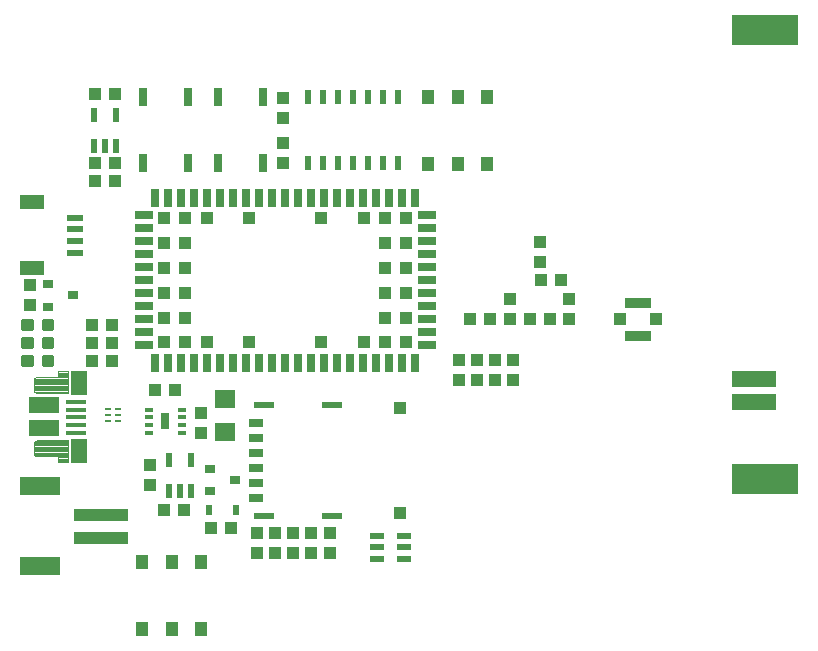
<source format=gtp>
G75*
%MOIN*%
%OFA0B0*%
%FSLAX25Y25*%
%IPPOS*%
%LPD*%
%AMOC8*
5,1,8,0,0,1.08239X$1,22.5*
%
%ADD10R,0.02953X0.06102*%
%ADD11R,0.06102X0.02953*%
%ADD12R,0.04134X0.04134*%
%ADD13R,0.05748X0.07874*%
%ADD14R,0.09843X0.05610*%
%ADD15C,0.00400*%
%ADD16C,0.00197*%
%ADD17R,0.07874X0.04724*%
%ADD18R,0.05315X0.02362*%
%ADD19R,0.18110X0.03937*%
%ADD20R,0.13386X0.06299*%
%ADD21R,0.03000X0.06000*%
%ADD22R,0.02165X0.04724*%
%ADD23R,0.04331X0.03937*%
%ADD24R,0.02480X0.03268*%
%ADD25C,0.01181*%
%ADD26R,0.03543X0.03150*%
%ADD27R,0.03937X0.04331*%
%ADD28R,0.02559X0.01181*%
%ADD29R,0.03150X0.05413*%
%ADD30R,0.03937X0.04528*%
%ADD31R,0.05118X0.02559*%
%ADD32R,0.07087X0.01890*%
%ADD33R,0.03937X0.04055*%
%ADD34R,0.08661X0.03346*%
%ADD35R,0.04134X0.03937*%
%ADD36R,0.02362X0.04724*%
%ADD37R,0.07087X0.06299*%
%ADD38R,0.22047X0.10236*%
%ADD39R,0.14567X0.05512*%
%ADD40R,0.02402X0.00984*%
%ADD41R,0.02205X0.00984*%
%ADD42R,0.04724X0.02362*%
D10*
X0110026Y0127441D03*
X0114357Y0127441D03*
X0118688Y0127441D03*
X0123018Y0127441D03*
X0127349Y0127441D03*
X0131680Y0127441D03*
X0136010Y0127441D03*
X0140341Y0127441D03*
X0144672Y0127441D03*
X0149003Y0127441D03*
X0153333Y0127441D03*
X0157664Y0127441D03*
X0161995Y0127441D03*
X0166325Y0127441D03*
X0170656Y0127441D03*
X0174987Y0127441D03*
X0179318Y0127441D03*
X0183648Y0127441D03*
X0187979Y0127441D03*
X0192310Y0127441D03*
X0196640Y0127441D03*
X0196640Y0182559D03*
X0192310Y0182559D03*
X0187979Y0182559D03*
X0183648Y0182559D03*
X0179318Y0182559D03*
X0174987Y0182559D03*
X0170656Y0182559D03*
X0166325Y0182559D03*
X0161995Y0182559D03*
X0157664Y0182559D03*
X0153333Y0182559D03*
X0149003Y0182559D03*
X0144672Y0182559D03*
X0140341Y0182559D03*
X0136010Y0182559D03*
X0131680Y0182559D03*
X0127349Y0182559D03*
X0123018Y0182559D03*
X0118688Y0182559D03*
X0114357Y0182559D03*
X0110026Y0182559D03*
D11*
X0106089Y0176654D03*
X0106089Y0172323D03*
X0106089Y0167992D03*
X0106089Y0163661D03*
X0106089Y0159331D03*
X0106089Y0155000D03*
X0106089Y0150669D03*
X0106089Y0146339D03*
X0106089Y0142008D03*
X0106089Y0137677D03*
X0106089Y0133346D03*
X0200577Y0133346D03*
X0200577Y0137677D03*
X0200577Y0142008D03*
X0200577Y0146339D03*
X0200577Y0150669D03*
X0200577Y0155000D03*
X0200577Y0159331D03*
X0200577Y0163661D03*
X0200577Y0167992D03*
X0200577Y0172323D03*
X0200577Y0176654D03*
D12*
X0193688Y0175669D03*
X0186601Y0175669D03*
X0179514Y0175669D03*
X0186601Y0167402D03*
X0193688Y0167402D03*
X0193688Y0159134D03*
X0186601Y0159134D03*
X0186601Y0150866D03*
X0193688Y0150866D03*
X0193688Y0142598D03*
X0186601Y0142598D03*
X0186601Y0134331D03*
X0179514Y0134331D03*
X0165341Y0134331D03*
X0141325Y0134331D03*
X0127152Y0134331D03*
X0120066Y0134331D03*
X0112979Y0134331D03*
X0112979Y0142598D03*
X0120066Y0142598D03*
X0120066Y0150866D03*
X0112979Y0150866D03*
X0112979Y0159134D03*
X0120066Y0159134D03*
X0120066Y0167402D03*
X0112979Y0167402D03*
X0112979Y0175669D03*
X0120066Y0175669D03*
X0127152Y0175669D03*
X0141325Y0175669D03*
X0165341Y0175669D03*
X0193688Y0134331D03*
D13*
X0084416Y0120917D03*
X0084416Y0098083D03*
D14*
X0072802Y0105711D03*
X0072802Y0113289D03*
D15*
X0070773Y0117357D02*
X0070484Y0117389D01*
X0070209Y0117486D01*
X0069963Y0117640D01*
X0069757Y0117846D01*
X0069602Y0118093D01*
X0069506Y0118368D01*
X0069473Y0118657D01*
X0069473Y0121557D01*
X0069504Y0121824D01*
X0069592Y0122077D01*
X0069735Y0122305D01*
X0069925Y0122495D01*
X0070153Y0122638D01*
X0070406Y0122727D01*
X0070673Y0122757D01*
X0077573Y0122757D01*
X0077612Y0122764D01*
X0077644Y0122786D01*
X0077666Y0122819D01*
X0077673Y0122857D01*
X0077673Y0124757D01*
X0080773Y0124757D01*
X0080773Y0117357D01*
X0070773Y0117357D01*
X0070199Y0117492D02*
X0080773Y0117492D01*
X0080773Y0117890D02*
X0069729Y0117890D01*
X0069534Y0118289D02*
X0080773Y0118289D01*
X0080773Y0118687D02*
X0069473Y0118687D01*
X0069473Y0119086D02*
X0080773Y0119086D01*
X0080773Y0119484D02*
X0069473Y0119484D01*
X0069473Y0119883D02*
X0080773Y0119883D01*
X0080773Y0120281D02*
X0069473Y0120281D01*
X0069473Y0120680D02*
X0080773Y0120680D01*
X0080773Y0121078D02*
X0069473Y0121078D01*
X0069473Y0121477D02*
X0080773Y0121477D01*
X0080773Y0121875D02*
X0069522Y0121875D01*
X0069716Y0122274D02*
X0080773Y0122274D01*
X0080773Y0122672D02*
X0070251Y0122672D01*
X0077673Y0123071D02*
X0080773Y0123071D01*
X0080773Y0123470D02*
X0077673Y0123470D01*
X0077673Y0123868D02*
X0080773Y0123868D01*
X0080773Y0124267D02*
X0077673Y0124267D01*
X0077673Y0124665D02*
X0080773Y0124665D01*
X0080773Y0101694D02*
X0070773Y0101694D01*
X0070484Y0101661D01*
X0070209Y0101565D01*
X0069963Y0101410D01*
X0069757Y0101204D01*
X0069602Y0100958D01*
X0069506Y0100683D01*
X0069473Y0100394D01*
X0069473Y0097494D01*
X0069504Y0097227D01*
X0069592Y0096973D01*
X0069735Y0096746D01*
X0069925Y0096555D01*
X0070153Y0096413D01*
X0070406Y0096324D01*
X0070673Y0096294D01*
X0077573Y0096294D01*
X0077612Y0096286D01*
X0077644Y0096264D01*
X0077666Y0096232D01*
X0077673Y0096194D01*
X0077673Y0094294D01*
X0080773Y0094294D01*
X0080773Y0101694D01*
X0080773Y0101551D02*
X0070188Y0101551D01*
X0069725Y0101153D02*
X0080773Y0101153D01*
X0080773Y0100754D02*
X0069531Y0100754D01*
X0069473Y0100356D02*
X0080773Y0100356D01*
X0080773Y0099957D02*
X0069473Y0099957D01*
X0069473Y0099559D02*
X0080773Y0099559D01*
X0080773Y0099160D02*
X0069473Y0099160D01*
X0069473Y0098762D02*
X0080773Y0098762D01*
X0080773Y0098363D02*
X0069473Y0098363D01*
X0069473Y0097965D02*
X0080773Y0097965D01*
X0080773Y0097566D02*
X0069473Y0097566D01*
X0069524Y0097168D02*
X0080773Y0097168D01*
X0080773Y0096769D02*
X0069720Y0096769D01*
X0070272Y0096371D02*
X0080773Y0096371D01*
X0080773Y0095972D02*
X0077673Y0095972D01*
X0077673Y0095574D02*
X0080773Y0095574D01*
X0080773Y0095175D02*
X0077673Y0095175D01*
X0077673Y0094777D02*
X0080773Y0094777D01*
X0080773Y0094378D02*
X0077673Y0094378D01*
D16*
X0080160Y0103890D02*
X0080160Y0104874D01*
X0086558Y0104874D01*
X0086558Y0103890D01*
X0080160Y0103890D01*
X0080160Y0103963D02*
X0086558Y0103963D01*
X0086558Y0104158D02*
X0080160Y0104158D01*
X0080160Y0104353D02*
X0086558Y0104353D01*
X0086558Y0104549D02*
X0080160Y0104549D01*
X0080160Y0104744D02*
X0086558Y0104744D01*
X0086558Y0106449D02*
X0080160Y0106449D01*
X0080160Y0107433D01*
X0086558Y0107433D01*
X0086558Y0106449D01*
X0086558Y0106502D02*
X0080160Y0106502D01*
X0080160Y0106698D02*
X0086558Y0106698D01*
X0086558Y0106893D02*
X0080160Y0106893D01*
X0080160Y0107088D02*
X0086558Y0107088D01*
X0086558Y0107284D02*
X0080160Y0107284D01*
X0080160Y0109008D02*
X0080160Y0109992D01*
X0086558Y0109992D01*
X0086558Y0109008D01*
X0080160Y0109008D01*
X0080160Y0109042D02*
X0086558Y0109042D01*
X0086558Y0109237D02*
X0080160Y0109237D01*
X0080160Y0109433D02*
X0086558Y0109433D01*
X0086558Y0109628D02*
X0080160Y0109628D01*
X0080160Y0109824D02*
X0086558Y0109824D01*
X0086558Y0111567D02*
X0080160Y0111567D01*
X0080160Y0112551D01*
X0086558Y0112551D01*
X0086558Y0111567D01*
X0086558Y0111582D02*
X0080160Y0111582D01*
X0080160Y0111777D02*
X0086558Y0111777D01*
X0086558Y0111973D02*
X0080160Y0111973D01*
X0080160Y0112168D02*
X0086558Y0112168D01*
X0086558Y0112363D02*
X0080160Y0112363D01*
X0080160Y0114126D02*
X0080160Y0115110D01*
X0086558Y0115110D01*
X0086558Y0114126D01*
X0080160Y0114126D01*
X0080160Y0114317D02*
X0086558Y0114317D01*
X0086558Y0114512D02*
X0080160Y0114512D01*
X0080160Y0114708D02*
X0086558Y0114708D01*
X0086558Y0114903D02*
X0080160Y0114903D01*
X0080160Y0115098D02*
X0086558Y0115098D01*
D17*
X0068865Y0158976D03*
X0068865Y0181024D03*
D18*
X0083333Y0175906D03*
X0083333Y0171969D03*
X0083333Y0168031D03*
X0083333Y0164094D03*
D19*
X0091900Y0076937D03*
X0091900Y0069063D03*
D20*
X0071428Y0059614D03*
X0071428Y0086386D03*
D21*
X0105833Y0194000D03*
X0120833Y0194000D03*
X0130833Y0194000D03*
X0145833Y0194000D03*
X0145833Y0216000D03*
X0130833Y0216000D03*
X0120833Y0216000D03*
X0105833Y0216000D03*
D22*
X0097073Y0210119D03*
X0089593Y0210119D03*
X0089593Y0199881D03*
X0093333Y0199881D03*
X0097073Y0199881D03*
X0114593Y0095119D03*
X0122073Y0095119D03*
X0122073Y0084881D03*
X0118333Y0084881D03*
X0114593Y0084881D03*
D23*
X0112987Y0078500D03*
X0119680Y0078500D03*
X0128487Y0072500D03*
X0135180Y0072500D03*
X0116680Y0118500D03*
X0109987Y0118500D03*
X0095680Y0128000D03*
X0095680Y0134000D03*
X0088987Y0134000D03*
X0088987Y0128000D03*
X0088987Y0140000D03*
X0095680Y0140000D03*
X0096680Y0188000D03*
X0096680Y0194000D03*
X0089987Y0194000D03*
X0089987Y0188000D03*
X0089987Y0217100D03*
X0096680Y0217100D03*
X0214987Y0142008D03*
X0221680Y0142008D03*
X0234987Y0142008D03*
X0241680Y0142008D03*
X0238487Y0155000D03*
X0245180Y0155000D03*
D24*
X0136861Y0078500D03*
X0127806Y0078500D03*
D25*
X0075664Y0126622D02*
X0075664Y0129378D01*
X0075664Y0126622D02*
X0072908Y0126622D01*
X0072908Y0129378D01*
X0075664Y0129378D01*
X0075664Y0127744D02*
X0072908Y0127744D01*
X0072908Y0128866D02*
X0075664Y0128866D01*
X0072908Y0132622D02*
X0072908Y0135378D01*
X0075664Y0135378D01*
X0075664Y0132622D01*
X0072908Y0132622D01*
X0072908Y0133744D02*
X0075664Y0133744D01*
X0075664Y0134866D02*
X0072908Y0134866D01*
X0066003Y0135378D02*
X0066003Y0132622D01*
X0066003Y0135378D02*
X0068759Y0135378D01*
X0068759Y0132622D01*
X0066003Y0132622D01*
X0066003Y0133744D02*
X0068759Y0133744D01*
X0068759Y0134866D02*
X0066003Y0134866D01*
X0066003Y0138622D02*
X0066003Y0141378D01*
X0068759Y0141378D01*
X0068759Y0138622D01*
X0066003Y0138622D01*
X0066003Y0139744D02*
X0068759Y0139744D01*
X0068759Y0140866D02*
X0066003Y0140866D01*
X0072908Y0141378D02*
X0072908Y0138622D01*
X0072908Y0141378D02*
X0075664Y0141378D01*
X0075664Y0138622D01*
X0072908Y0138622D01*
X0072908Y0139744D02*
X0075664Y0139744D01*
X0075664Y0140866D02*
X0072908Y0140866D01*
X0068759Y0129378D02*
X0068759Y0126622D01*
X0066003Y0126622D01*
X0066003Y0129378D01*
X0068759Y0129378D01*
X0068759Y0127744D02*
X0066003Y0127744D01*
X0066003Y0128866D02*
X0068759Y0128866D01*
D26*
X0074396Y0146260D03*
X0082664Y0150000D03*
X0074396Y0153740D03*
X0128396Y0092240D03*
X0128396Y0084760D03*
X0136664Y0088500D03*
D27*
X0125333Y0104154D03*
X0125333Y0110846D03*
X0108333Y0093346D03*
X0108333Y0086654D03*
X0143833Y0070846D03*
X0149833Y0070846D03*
X0155833Y0070846D03*
X0161833Y0070846D03*
X0168333Y0070846D03*
X0168333Y0064154D03*
X0161833Y0064154D03*
X0155833Y0064154D03*
X0149833Y0064154D03*
X0143833Y0064154D03*
X0211333Y0121654D03*
X0217333Y0121654D03*
X0223333Y0121654D03*
X0229333Y0121654D03*
X0229333Y0128346D03*
X0223333Y0128346D03*
X0217333Y0128346D03*
X0211333Y0128346D03*
X0228333Y0141992D03*
X0228333Y0148685D03*
X0238333Y0161154D03*
X0238333Y0167846D03*
X0247987Y0148846D03*
X0247987Y0142154D03*
X0152566Y0194154D03*
X0152566Y0200846D03*
X0152566Y0209154D03*
X0152566Y0215846D03*
X0068333Y0153346D03*
X0068333Y0146654D03*
D28*
X0107920Y0111839D03*
X0107920Y0109280D03*
X0107920Y0106720D03*
X0107920Y0104161D03*
X0118747Y0104161D03*
X0118747Y0106720D03*
X0118747Y0109280D03*
X0118747Y0111839D03*
D29*
X0113333Y0108000D03*
D30*
X0115533Y0061122D03*
X0105691Y0061122D03*
X0125376Y0061122D03*
X0125376Y0038878D03*
X0115533Y0038878D03*
X0105691Y0038878D03*
X0200991Y0193878D03*
X0210833Y0193878D03*
X0220676Y0193878D03*
X0220676Y0216122D03*
X0210833Y0216122D03*
X0200991Y0216122D03*
D31*
X0143727Y0107500D03*
X0143727Y0102500D03*
X0143727Y0097500D03*
X0143727Y0092500D03*
X0143727Y0087500D03*
X0143727Y0082500D03*
D32*
X0146365Y0076535D03*
X0169003Y0076535D03*
X0169003Y0113346D03*
X0146365Y0113346D03*
D33*
X0191522Y0112579D03*
X0191522Y0077421D03*
D34*
X0270833Y0136594D03*
X0270833Y0147421D03*
D35*
X0264829Y0142008D03*
X0276837Y0142008D03*
D36*
X0190833Y0193976D03*
X0185833Y0193976D03*
X0180833Y0193976D03*
X0175833Y0193976D03*
X0170833Y0193976D03*
X0165833Y0193976D03*
X0160833Y0193976D03*
X0160833Y0216024D03*
X0165833Y0216024D03*
X0170833Y0216024D03*
X0175833Y0216024D03*
X0180833Y0216024D03*
X0185833Y0216024D03*
X0190833Y0216024D03*
D37*
X0133333Y0115512D03*
X0133333Y0104488D03*
D38*
X0313333Y0088697D03*
X0313333Y0238303D03*
D39*
X0309593Y0122161D03*
X0309593Y0114287D03*
D40*
X0094239Y0111969D03*
D41*
X0094140Y0110000D03*
X0094140Y0108031D03*
X0097526Y0108031D03*
X0097526Y0110000D03*
X0097526Y0111969D03*
D42*
X0183806Y0069740D03*
X0183806Y0066000D03*
X0183806Y0062260D03*
X0192861Y0062260D03*
X0192861Y0066000D03*
X0192861Y0069740D03*
M02*

</source>
